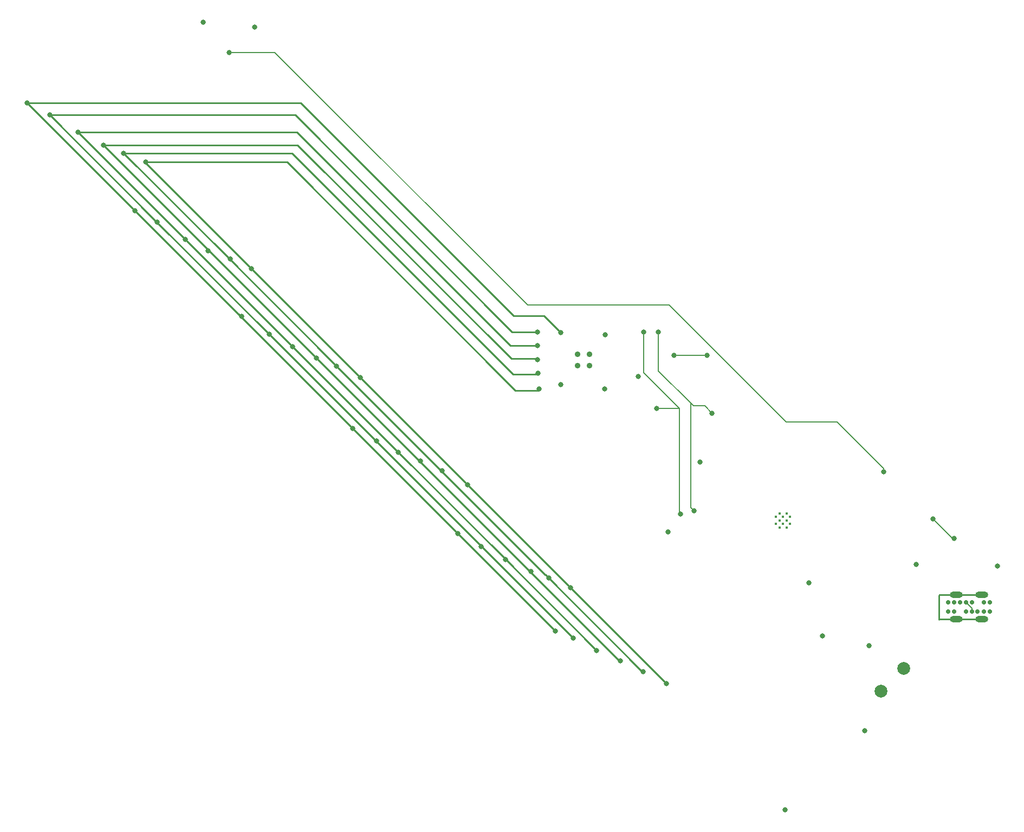
<source format=gbr>
%TF.GenerationSoftware,KiCad,Pcbnew,(7.0.0)*%
%TF.CreationDate,2023-03-18T11:24:22-05:00*%
%TF.ProjectId,LED Fan Blade,4c454420-4661-46e2-9042-6c6164652e6b,rev?*%
%TF.SameCoordinates,Original*%
%TF.FileFunction,Copper,L4,Bot*%
%TF.FilePolarity,Positive*%
%FSLAX46Y46*%
G04 Gerber Fmt 4.6, Leading zero omitted, Abs format (unit mm)*
G04 Created by KiCad (PCBNEW (7.0.0)) date 2023-03-18 11:24:22*
%MOMM*%
%LPD*%
G01*
G04 APERTURE LIST*
%TA.AperFunction,ComponentPad*%
%ADD10C,0.900000*%
%TD*%
%TA.AperFunction,ComponentPad*%
%ADD11C,2.000000*%
%TD*%
%TA.AperFunction,ComponentPad*%
%ADD12O,0.700000X0.700000*%
%TD*%
%TA.AperFunction,ComponentPad*%
%ADD13O,2.000000X1.000000*%
%TD*%
%TA.AperFunction,ComponentPad*%
%ADD14C,0.400000*%
%TD*%
%TA.AperFunction,ViaPad*%
%ADD15C,0.800000*%
%TD*%
%TA.AperFunction,Conductor*%
%ADD16C,0.150000*%
%TD*%
%TA.AperFunction,Conductor*%
%ADD17C,0.250000*%
%TD*%
G04 APERTURE END LIST*
D10*
%TO.P,LED-Driver1,41,GND*%
%TO.N,GND*%
X115184000Y-76870000D03*
X113384000Y-76870000D03*
X115184000Y-78670000D03*
X113384000Y-78670000D03*
%TD*%
D11*
%TO.P,Power_12V1,1,Pin_1*%
%TO.N,+12V*%
X160782000Y-129540000D03*
%TO.P,Power_12V1,2,Pin_2*%
%TO.N,GND*%
X164317534Y-126004466D03*
%TD*%
D12*
%TO.P,USB-C1,1,GND*%
%TO.N,GND*%
X171261999Y-115693999D03*
%TO.P,USB-C1,2,VBUS*%
%TO.N,Net-(R9-Pad2)*%
X172211999Y-115693999D03*
%TO.P,USB-C1,3,CC1*%
%TO.N,Net-(USB-C1-CC1)*%
X173161999Y-115693999D03*
%TO.P,USB-C1,4,D+*%
%TO.N,D+*%
X174061999Y-115693999D03*
%TO.P,USB-C1,5,D-*%
%TO.N,D-*%
X174961999Y-115693999D03*
%TO.P,USB-C1,7,VBUS*%
%TO.N,Net-(R9-Pad2)*%
X176811999Y-115693999D03*
%TO.P,USB-C1,8,GND*%
%TO.N,GND*%
X177761999Y-115693999D03*
%TO.P,USB-C1,9,GND*%
X177761999Y-117093999D03*
%TO.P,USB-C1,10,VBUS*%
%TO.N,Net-(R9-Pad2)*%
X176811999Y-117093999D03*
%TO.P,USB-C1,11,CC2*%
%TO.N,Net-(USB-C1-CC2)*%
X175861999Y-117093999D03*
%TO.P,USB-C1,12,D+*%
%TO.N,D+*%
X174961999Y-117093999D03*
%TO.P,USB-C1,13,D-*%
%TO.N,D-*%
X174061999Y-117093999D03*
%TO.P,USB-C1,15,VBUS*%
%TO.N,Net-(R9-Pad2)*%
X172211999Y-117093999D03*
%TO.P,USB-C1,16,GND*%
%TO.N,GND*%
X171261999Y-117093999D03*
D13*
%TO.P,USB-C1,S1,SHIELD*%
%TO.N,Net-(USB-C1-SHIELD)*%
X172511999Y-118323999D03*
X176511999Y-118323999D03*
X172511999Y-114463999D03*
X176511999Y-114463999D03*
%TD*%
D14*
%TO.P,ESP1,28,GND*%
%TO.N,GND*%
X144890500Y-101768000D03*
%TO.P,ESP1,29,GND*%
X145990500Y-101768000D03*
%TO.P,ESP1,30,GND*%
X144340500Y-102318000D03*
%TO.P,ESP1,31,GND*%
X145440500Y-102318000D03*
%TO.P,ESP1,32,GND*%
X146540500Y-102318000D03*
%TO.P,ESP1,33,GND*%
X144890500Y-102868000D03*
%TO.P,ESP1,34,GND*%
X145990500Y-102868000D03*
%TO.P,ESP1,35,GND*%
X144340500Y-103418000D03*
%TO.P,ESP1,36,GND*%
X145440500Y-103418000D03*
%TO.P,ESP1,37,GND*%
X146540500Y-103418000D03*
%TO.P,ESP1,38,GND*%
X144890500Y-103968000D03*
%TO.P,ESP1,39,GND*%
X145990500Y-103968000D03*
%TD*%
D15*
%TO.N,GND*%
X62865000Y-25781000D03*
X117602000Y-82296000D03*
X178943000Y-109982000D03*
X151638000Y-120904000D03*
X158877000Y-122428000D03*
X166243000Y-109728000D03*
X158242000Y-135763000D03*
%TO.N,+3.3V*%
X127508000Y-104648000D03*
X132461000Y-93726000D03*
X117665500Y-73850500D03*
X149479000Y-112649000D03*
X145796000Y-148082000D03*
X122809000Y-80391000D03*
X110744000Y-81661000D03*
X54864000Y-25019000D03*
%TO.N,MISO*%
X134366000Y-86106000D03*
X131572000Y-101346000D03*
X125984000Y-73406000D03*
%TO.N,SS*%
X129413000Y-101854000D03*
X125730000Y-85344000D03*
X123698000Y-73406000D03*
%TO.N,D+*%
X168910000Y-102616000D03*
X172212000Y-105664000D03*
%TO.N,Hall Sense*%
X161163000Y-95250000D03*
X58928000Y-29718000D03*
%TO.N,VSYNC*%
X128389000Y-77097000D03*
X133604000Y-77089000D03*
%TO.N,SWO<-->LED(0-5)*%
X94615000Y-104902000D03*
X27305000Y-37592000D03*
X78232000Y-88519000D03*
X60833000Y-70993000D03*
X109855000Y-120142000D03*
X44196000Y-54483000D03*
X110744000Y-73533000D03*
%TO.N,SW1<-->LED(6-11)*%
X47625000Y-56261000D03*
X81915000Y-90424000D03*
X107061000Y-73406000D03*
X65151000Y-73787000D03*
X30861000Y-39497000D03*
X112649000Y-121285000D03*
X98298000Y-106934000D03*
%TO.N,SW2<-->LED(12-17)*%
X85344000Y-92202000D03*
X68834000Y-75692000D03*
X102108000Y-108966000D03*
X107061000Y-75565000D03*
X35306000Y-42164000D03*
X116332000Y-123190000D03*
X52070000Y-58928000D03*
%TO.N,SW3<-->LED(18-23)*%
X120015000Y-124841000D03*
X72517000Y-77470000D03*
X107061000Y-77724000D03*
X106045000Y-110871000D03*
X88773000Y-93599000D03*
X39243000Y-44196000D03*
X55626000Y-60706000D03*
%TO.N,SW4<-->LED(24-29)*%
X75692000Y-78740000D03*
X123571000Y-126492000D03*
X42418000Y-45466000D03*
X108839000Y-111887000D03*
X59055000Y-61976000D03*
X92202000Y-95123000D03*
X107188000Y-79883000D03*
%TO.N,SW5<-->LED(30-35)*%
X79375000Y-80518000D03*
X62357000Y-63500000D03*
X96139000Y-97282000D03*
X107315000Y-82296000D03*
X127254000Y-128397000D03*
X112268000Y-113411000D03*
X45847000Y-46863000D03*
%TD*%
D16*
%TO.N,MISO*%
X131064000Y-100838000D02*
X131572000Y-101346000D01*
X125984000Y-73406000D02*
X125984000Y-79502000D01*
X125984000Y-79502000D02*
X130937000Y-84455000D01*
X130937000Y-84455000D02*
X131064000Y-84582000D01*
X131445000Y-84963000D02*
X133223000Y-84963000D01*
X131064000Y-84582000D02*
X131064000Y-100838000D01*
X131445000Y-84963000D02*
X130937000Y-84455000D01*
X133223000Y-84963000D02*
X134366000Y-86106000D01*
%TO.N,SS*%
X129286000Y-85344000D02*
X123698000Y-79756000D01*
X123698000Y-79756000D02*
X123698000Y-73406000D01*
X125730000Y-85344000D02*
X129286000Y-85344000D01*
X129286000Y-101727000D02*
X129286000Y-85344000D01*
X129413000Y-101854000D02*
X129286000Y-101727000D01*
%TO.N,D+*%
X171958000Y-105664000D02*
X172212000Y-105664000D01*
X174962000Y-117094000D02*
X174962000Y-116594000D01*
X174962000Y-116594000D02*
X174062000Y-115694000D01*
X168910000Y-102616000D02*
X171958000Y-105664000D01*
%TO.N,Hall Sense*%
X145923000Y-87503000D02*
X153924000Y-87503000D01*
X66040000Y-29718000D02*
X105537000Y-69215000D01*
X161163000Y-94742000D02*
X161163000Y-95250000D01*
X58928000Y-29718000D02*
X66040000Y-29718000D01*
X153924000Y-87503000D02*
X161163000Y-94742000D01*
X105537000Y-69215000D02*
X127635000Y-69215000D01*
X127635000Y-69215000D02*
X145923000Y-87503000D01*
%TO.N,VSYNC*%
X131199000Y-77097000D02*
X128389000Y-77097000D01*
X131207000Y-77089000D02*
X131199000Y-77097000D01*
X133604000Y-77089000D02*
X131207000Y-77089000D01*
D17*
%TO.N,SWO<-->LED(0-5)*%
X60452000Y-70612000D02*
X60325000Y-70612000D01*
X94297500Y-104584500D02*
X78232000Y-88519000D01*
X60325000Y-70612000D02*
X43624500Y-53911500D01*
X94615000Y-104902000D02*
X94297500Y-104584500D01*
X44196000Y-54483000D02*
X43624500Y-53911500D01*
X94297500Y-104584500D02*
X109855000Y-120142000D01*
X103378000Y-70866000D02*
X108077000Y-70866000D01*
X70104000Y-37592000D02*
X103378000Y-70866000D01*
X27305000Y-37592000D02*
X70104000Y-37592000D01*
X108077000Y-70866000D02*
X110744000Y-73533000D01*
X78232000Y-88519000D02*
X60325000Y-70612000D01*
X27305000Y-37592000D02*
X43624500Y-53911500D01*
X60833000Y-70993000D02*
X60452000Y-70612000D01*
%TO.N,SW1<-->LED(6-11)*%
X98107500Y-106743500D02*
X97853500Y-106489500D01*
X81788000Y-90424000D02*
X81153000Y-89789000D01*
X98298000Y-106934000D02*
X98107500Y-106743500D01*
X47625000Y-56261000D02*
X47244000Y-55880000D01*
X103124000Y-73406000D02*
X107061000Y-73406000D01*
X81153000Y-89789000D02*
X65151000Y-73787000D01*
X98298000Y-106934000D02*
X97853500Y-106489500D01*
X98107500Y-106743500D02*
X112649000Y-121285000D01*
X81915000Y-90424000D02*
X81788000Y-90424000D01*
X65151000Y-73787000D02*
X47244000Y-55880000D01*
X69215000Y-39497000D02*
X103124000Y-73406000D01*
X30861000Y-39497000D02*
X47244000Y-55880000D01*
X97853500Y-106489500D02*
X81153000Y-89789000D01*
X30861000Y-39497000D02*
X69215000Y-39497000D01*
%TO.N,SW2<-->LED(12-17)*%
X102108000Y-108966000D02*
X101663500Y-108521500D01*
X52070000Y-58928000D02*
X51562000Y-58420000D01*
X35306000Y-42164000D02*
X51562000Y-58420000D01*
X69469000Y-42164000D02*
X102870000Y-75565000D01*
X68834000Y-75692000D02*
X51562000Y-58420000D01*
X85344000Y-92202000D02*
X68834000Y-75692000D01*
X102870000Y-75565000D02*
X107061000Y-75565000D01*
X101663500Y-108521500D02*
X85344000Y-92202000D01*
X35306000Y-42164000D02*
X69469000Y-42164000D01*
X101663500Y-108521500D02*
X116332000Y-123190000D01*
%TO.N,SW3<-->LED(18-23)*%
X69596000Y-44196000D02*
X102997000Y-77597000D01*
X120015000Y-124841000D02*
X119888000Y-124841000D01*
X88265000Y-93218000D02*
X72009000Y-76962000D01*
X88646000Y-93599000D02*
X88265000Y-93218000D01*
X102997000Y-77597000D02*
X106934000Y-77597000D01*
X105283000Y-110236000D02*
X88265000Y-93218000D01*
X105410000Y-110363000D02*
X119888000Y-124841000D01*
X105410000Y-110363000D02*
X105283000Y-110236000D01*
X106045000Y-110871000D02*
X105918000Y-110871000D01*
X88773000Y-93599000D02*
X88646000Y-93599000D01*
X72517000Y-77470000D02*
X72009000Y-76962000D01*
X106934000Y-77597000D02*
X107061000Y-77724000D01*
X55626000Y-60579000D02*
X55245000Y-60198000D01*
X105918000Y-110871000D02*
X105410000Y-110363000D01*
X72009000Y-76962000D02*
X55245000Y-60198000D01*
X39243000Y-44196000D02*
X69596000Y-44196000D01*
X55626000Y-60706000D02*
X55626000Y-60579000D01*
X105918000Y-110871000D02*
X105283000Y-110236000D01*
X39243000Y-44196000D02*
X55245000Y-60198000D01*
%TO.N,SW4<-->LED(24-29)*%
X91440000Y-94488000D02*
X74866500Y-77914500D01*
X108331000Y-111379000D02*
X123444000Y-126492000D01*
X103251000Y-80010000D02*
X107061000Y-80010000D01*
X107061000Y-80010000D02*
X107188000Y-79883000D01*
X75692000Y-78740000D02*
X74866500Y-77914500D01*
X108839000Y-111887000D02*
X108204000Y-111252000D01*
X59055000Y-61976000D02*
X58928000Y-61976000D01*
X42418000Y-45466000D02*
X58293000Y-61341000D01*
X123571000Y-126492000D02*
X123444000Y-126492000D01*
X74866500Y-77914500D02*
X58293000Y-61341000D01*
X92202000Y-95123000D02*
X92075000Y-95123000D01*
X42418000Y-45466000D02*
X68707000Y-45466000D01*
X92075000Y-95123000D02*
X91440000Y-94488000D01*
X108839000Y-111887000D02*
X108331000Y-111379000D01*
X58928000Y-61976000D02*
X58293000Y-61341000D01*
X108204000Y-111252000D02*
X91440000Y-94488000D01*
X68707000Y-45466000D02*
X103251000Y-80010000D01*
X108331000Y-111379000D02*
X108204000Y-111252000D01*
%TO.N,SW5<-->LED(30-35)*%
X45847000Y-46863000D02*
X67945000Y-46863000D01*
X67945000Y-46863000D02*
X103632000Y-82550000D01*
X96139000Y-97282000D02*
X95694500Y-96837500D01*
X111696500Y-112839500D02*
X111569500Y-112712500D01*
X103632000Y-82550000D02*
X107061000Y-82550000D01*
X79375000Y-80518000D02*
X78740000Y-79883000D01*
X112649000Y-113792000D02*
X111696500Y-112839500D01*
X112268000Y-113411000D02*
X111696500Y-112839500D01*
X45847000Y-46863000D02*
X45847000Y-46990000D01*
X112268000Y-113411000D02*
X112649000Y-113792000D01*
X62357000Y-63500000D02*
X61785500Y-62928500D01*
X111569500Y-112712500D02*
X95694500Y-96837500D01*
X78740000Y-79883000D02*
X61785500Y-62928500D01*
X127254000Y-128397000D02*
X112649000Y-113792000D01*
X45847000Y-46990000D02*
X61785500Y-62928500D01*
X107061000Y-82550000D02*
X107315000Y-82296000D01*
X95694500Y-96837500D02*
X78740000Y-79883000D01*
X112268000Y-113411000D02*
X111569500Y-112712500D01*
%TO.N,Net-(USB-C1-SHIELD)*%
X172545000Y-114467000D02*
X169886000Y-114467000D01*
X169799000Y-114554000D02*
X169799000Y-118364000D01*
X172545000Y-114467000D02*
X176545000Y-114467000D01*
X172545000Y-118327000D02*
X176545000Y-118327000D01*
X169836000Y-118327000D02*
X172545000Y-118327000D01*
X169886000Y-114467000D02*
X169799000Y-114554000D01*
X169799000Y-118364000D02*
X169836000Y-118327000D01*
%TD*%
M02*

</source>
